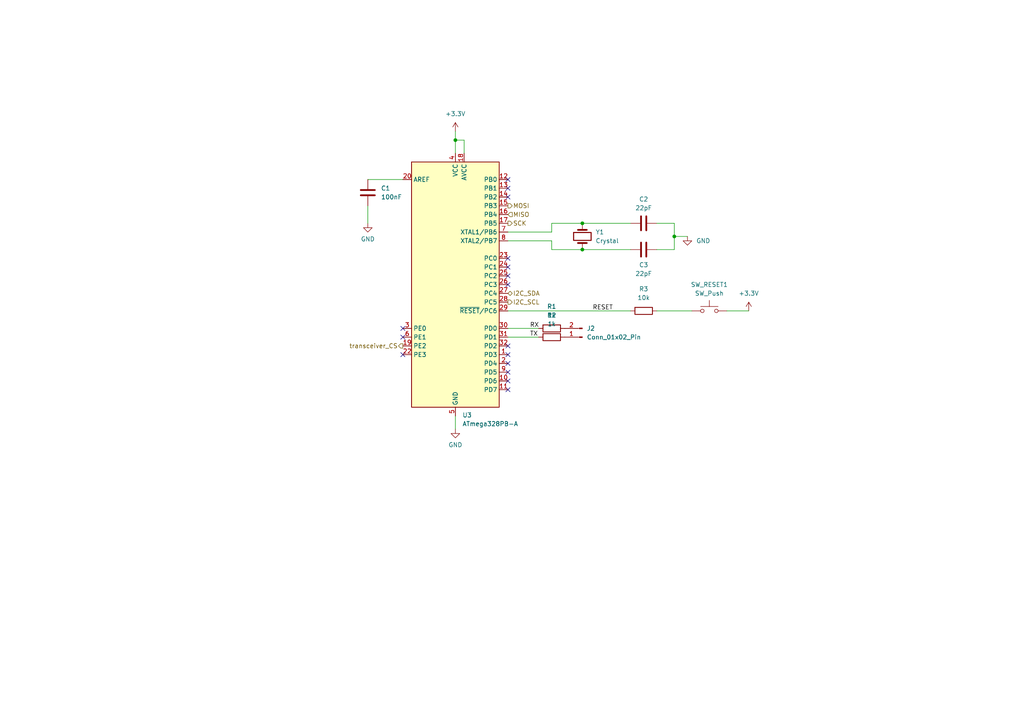
<source format=kicad_sch>
(kicad_sch (version 20231120) (generator "eeschema") (generator_version "8.0")
  (paper "A4")
  (lib_symbols
    (symbol "Connector:Conn_01x02_Pin" (pin_names (offset 1.016) hide)
      (property "Reference" "J" (at 0 2.54 0))
      (property "Value" "Conn_01x02_Pin" (at 0 -5.08 0))
      (symbol "Conn_01x02_Pin_1_1"
        (polyline (pts (xy 1.27 -2.54) (xy 0.8636 -2.54)) (stroke (width 0.1524)))
        (polyline (pts (xy 1.27 0) (xy 0.8636 0)) (stroke (width 0.1524)))
        (rectangle (start 0.8636 -2.413) (end 0 -2.667) (stroke (width 0.1524)) (fill (type outline)))
        (rectangle (start 0.8636 0.127) (end 0 -0.127) (stroke (width 0.1524)) (fill (type outline)))
        (pin passive line (at 5.08 0 180) (length 3.81) (name "Pin_1") (number "1"))
        (pin passive line (at 5.08 -2.54 180) (length 3.81) (name "Pin_2") (number "2"))
      )
    )
    (symbol "Device:C" (pin_numbers hide) (pin_names (offset 0.254))
      (property "Reference" "C" (at 0.635 2.54 0))
      (property "Value" "C" (at 0.635 -2.54 0))
      (symbol "C_0_1"
        (polyline (pts (xy -2.032 -0.762) (xy 2.032 -0.762)) (stroke (width 0.508)))
        (polyline (pts (xy -2.032 0.762) (xy 2.032 0.762)) (stroke (width 0.508)))
      )
      (symbol "C_1_1"
        (pin passive line (at 0 3.81 270) (length 2.794) (name "~") (number "1"))
        (pin passive line (at 0 -3.81 90) (length 2.794) (name "~") (number "2"))
      )
    )
    (symbol "Device:Crystal" (pin_numbers hide) (pin_names (offset 1.016) hide)
      (property "Reference" "Y" (at 0 3.81 0))
      (property "Value" "Crystal" (at 0 -3.81 0))
      (symbol "Crystal_0_1"
        (rectangle (start -1.143 2.54) (end 1.143 -2.54) (stroke (width 0.3048)))
        (polyline (pts (xy -2.54 0) (xy -1.905 0)))
        (polyline (pts (xy -1.905 -1.27) (xy -1.905 1.27)) (stroke (width 0.508)))
        (polyline (pts (xy 1.905 -1.27) (xy 1.905 1.27)) (stroke (width 0.508)))
        (polyline (pts (xy 2.54 0) (xy 1.905 0)))
      )
      (symbol "Crystal_1_1"
        (pin passive line (at -3.81 0 0) (length 1.27) (name "1") (number "1"))
        (pin passive line (at 3.81 0 180) (length 1.27) (name "2") (number "2"))
      )
    )
    (symbol "Device:R" (pin_numbers hide) (pin_names (offset 0))
      (property "Reference" "R" (at 2.032 0 90))
      (property "Value" "R" (at 0 0 90))
      (symbol "R_0_1"
        (rectangle (start -1.016 -2.54) (end 1.016 2.54) (stroke (width 0.254)))
      )
      (symbol "R_1_1"
        (pin passive line (at 0 3.81 270) (length 1.27) (name "~") (number "1"))
        (pin passive line (at 0 -3.81 90) (length 1.27) (name "~") (number "2"))
      )
    )
    (symbol "MCU_Microchip_ATmega:ATmega328PB-A"
      (property "Reference" "U" (at -12.7 36.83 0))
      (property "Value" "ATmega328PB-A" (at 2.54 -36.83 0))
      (symbol "ATmega328PB-A_0_1"
        (rectangle (start -12.7 -35.56) (end 12.7 35.56) (stroke (width 0.254)) (fill (type background)))
      )
      (symbol "ATmega328PB-A_1_1"
        (pin bidirectional line (at 15.24 -20.32 180) (length 2.54) (name "PD3") (number "1"))
        (pin bidirectional line (at 15.24 -27.94 180) (length 2.54) (name "PD6") (number "10"))
        (pin bidirectional line (at 15.24 -30.48 180) (length 2.54) (name "PD7") (number "11"))
        (pin bidirectional line (at 15.24 30.48 180) (length 2.54) (name "PB0") (number "12"))
        (pin bidirectional line (at 15.24 27.94 180) (length 2.54) (name "PB1") (number "13"))
        (pin bidirectional line (at 15.24 25.4 180) (length 2.54) (name "PB2") (number "14"))
        (pin bidirectional line (at 15.24 22.86 180) (length 2.54) (name "PB3") (number "15"))
        (pin bidirectional line (at 15.24 20.32 180) (length 2.54) (name "PB4") (number "16"))
        (pin bidirectional line (at 15.24 17.78 180) (length 2.54) (name "PB5") (number "17"))
        (pin power_in line (at 2.54 38.1 270) (length 2.54) (name "AVCC") (number "18"))
        (pin bidirectional line (at -15.24 -17.78 0) (length 2.54) (name "PE2") (number "19"))
        (pin bidirectional line (at 15.24 -22.86 180) (length 2.54) (name "PD4") (number "2"))
        (pin passive line (at -15.24 30.48 0) (length 2.54) (name "AREF") (number "20"))
        (pin passive line (at 0 -38.1 90) (length 2.54) hide (name "GND") (number "21"))
        (pin bidirectional line (at -15.24 -20.32 0) (length 2.54) (name "PE3") (number "22"))
        (pin bidirectional line (at 15.24 7.62 180) (length 2.54) (name "PC0") (number "23"))
        (pin bidirectional line (at 15.24 5.08 180) (length 2.54) (name "PC1") (number "24"))
        (pin bidirectional line (at 15.24 2.54 180) (length 2.54) (name "PC2") (number "25"))
        (pin bidirectional line (at 15.24 0 180) (length 2.54) (name "PC3") (number "26"))
        (pin bidirectional line (at 15.24 -2.54 180) (length 2.54) (name "PC4") (number "27"))
        (pin bidirectional line (at 15.24 -5.08 180) (length 2.54) (name "PC5") (number "28"))
        (pin bidirectional line (at 15.24 -7.62 180) (length 2.54) (name "~{RESET}/PC6") (number "29"))
        (pin bidirectional line (at -15.24 -12.7 0) (length 2.54) (name "PE0") (number "3"))
        (pin bidirectional line (at 15.24 -12.7 180) (length 2.54) (name "PD0") (number "30"))
        (pin bidirectional line (at 15.24 -15.24 180) (length 2.54) (name "PD1") (number "31"))
        (pin bidirectional line (at 15.24 -17.78 180) (length 2.54) (name "PD2") (number "32"))
        (pin power_in line (at 0 38.1 270) (length 2.54) (name "VCC") (number "4"))
        (pin power_in line (at 0 -38.1 90) (length 2.54) (name "GND") (number "5"))
        (pin bidirectional line (at -15.24 -15.24 0) (length 2.54) (name "PE1") (number "6"))
        (pin bidirectional line (at 15.24 15.24 180) (length 2.54) (name "XTAL1/PB6") (number "7"))
        (pin bidirectional line (at 15.24 12.7 180) (length 2.54) (name "XTAL2/PB7") (number "8"))
        (pin bidirectional line (at 15.24 -25.4 180) (length 2.54) (name "PD5") (number "9"))
      )
    )
    (symbol "Switch:SW_Push" (pin_numbers hide) (pin_names (offset 1.016) hide)
      (property "Reference" "SW" (at 1.27 2.54 0))
      (property "Value" "SW_Push" (at 0 -1.524 0))
      (symbol "SW_Push_0_1"
        (circle (center -2.032 0) (radius 0.508))
        (polyline (pts (xy 0 1.27) (xy 0 3.048)))
        (polyline (pts (xy 2.54 1.27) (xy -2.54 1.27)))
        (circle (center 2.032 0) (radius 0.508))
        (pin passive line (at -5.08 0 0) (length 2.54) (name "1") (number "1"))
        (pin passive line (at 5.08 0 180) (length 2.54) (name "2") (number "2"))
      )
    )
    (symbol "power:+3.3V" (power) (pin_names (offset 0))
      (property "Value" "+3.3V" (at 0 3.556 0))
      (symbol "+3.3V_0_1"
        (polyline (pts (xy -0.762 1.27) (xy 0 2.54)))
        (polyline (pts (xy 0 0) (xy 0 2.54)))
        (polyline (pts (xy 0 2.54) (xy 0.762 1.27)))
      )
      (symbol "+3.3V_1_1"
        (pin power_in line (at 0 0 90) (length 0) hide (name "+3.3V") (number "1"))
      )
    )
    (symbol "power:GND" (power) (pin_names (offset 0))
      (property "Value" "GND" (at 0 -3.81 0))
      (symbol "GND_0_1"
        (polyline (pts (xy 0 0) (xy 0 -1.27) (xy 1.27 -1.27) (xy 0 -2.54) (xy -1.27 -1.27) (xy 0 -1.27)))
      )
      (symbol "GND_1_1"
        (pin power_in line (at 0 0 270) (length 0) hide (name "GND") (number "1"))
      )
    )
  )
  (junction (at 168.91 72.39))
  (junction (at 132.08 40.64))
  (junction (at 195.58 68.58))
  (junction (at 168.91 64.77))
  (no_connect (at 116.84 97.79))
  (no_connect (at 147.32 77.47))
  (no_connect (at 147.32 80.01))
  (no_connect (at 147.32 110.49))
  (no_connect (at 116.84 95.25))
  (no_connect (at 147.32 57.15))
  (no_connect (at 147.32 52.07))
  (no_connect (at 116.84 102.87))
  (no_connect (at 147.32 74.93))
  (no_connect (at 147.32 113.03))
  (no_connect (at 147.32 107.95))
  (no_connect (at 147.32 54.61))
  (no_connect (at 147.32 102.87))
  (no_connect (at 147.32 82.55))
  (no_connect (at 147.32 105.41))
  (no_connect (at 147.32 100.33))
  (wire (pts (xy 106.68 59.69) (xy 106.68 64.77)))
  (wire (pts (xy 210.82 90.17) (xy 217.17 90.17)))
  (wire (pts (xy 132.08 120.65) (xy 132.08 124.46)))
  (wire (pts (xy 190.5 72.39) (xy 195.58 72.39)))
  (wire (pts (xy 190.5 64.77) (xy 195.58 64.77)))
  (wire (pts (xy 160.02 69.85) (xy 160.02 72.39)))
  (wire (pts (xy 190.5 90.17) (xy 200.66 90.17)))
  (wire (pts (xy 132.08 44.45) (xy 132.08 40.64)))
  (wire (pts (xy 182.88 72.39) (xy 168.91 72.39)))
  (wire (pts (xy 132.08 40.64) (xy 132.08 38.1)))
  (wire (pts (xy 147.32 90.17) (xy 182.88 90.17)))
  (wire (pts (xy 182.88 64.77) (xy 168.91 64.77)))
  (wire (pts (xy 147.32 95.25) (xy 156.21 95.25)))
  (wire (pts (xy 147.32 69.85) (xy 160.02 69.85)))
  (wire (pts (xy 147.32 97.79) (xy 156.21 97.79)))
  (wire (pts (xy 160.02 72.39) (xy 168.91 72.39)))
  (wire (pts (xy 147.32 67.31) (xy 160.02 67.31)))
  (wire (pts (xy 134.62 40.64) (xy 132.08 40.64)))
  (wire (pts (xy 160.02 67.31) (xy 160.02 64.77)))
  (wire (pts (xy 106.68 52.07) (xy 116.84 52.07)))
  (wire (pts (xy 195.58 64.77) (xy 195.58 68.58)))
  (wire (pts (xy 195.58 68.58) (xy 199.39 68.58)))
  (wire (pts (xy 134.62 44.45) (xy 134.62 40.64)))
  (wire (pts (xy 160.02 64.77) (xy 168.91 64.77)))
  (wire (pts (xy 195.58 72.39) (xy 195.58 68.58)))
  (label "RESET" (at 177.8 90.17 180))
  (label "RX" (at 153.67 95.25 0))
  (label "TX" (at 153.67 97.79 0))
  (hierarchical_label "I2C_SDA" (shape bidirectional) (at 147.32 85.09 0))
  (hierarchical_label "MOSI" (shape output) (at 147.32 59.69 0))
  (hierarchical_label "transceiver_CS" (shape output) (at 116.84 100.33 180))
  (hierarchical_label "MISO" (shape input) (at 147.32 62.23 0))
  (hierarchical_label "SCK" (shape output) (at 147.32 64.77 0))
  (hierarchical_label "I2C_SCL" (shape output) (at 147.32 87.63 0))
  (symbol (lib_id "power:GND") (at 106.68 64.77 0) (unit 1)
    (property "Reference" "#PWR01" (effects (hide yes)))
    (property "Value" "GND" (at 106.68 69.342 0))
  )
  (symbol (lib_id "Device:Crystal") (at 168.91 68.58 90) (unit 1)
    (property "Reference" "Y1" (at 172.72 67.3099 90) (effects (justify right)))
    (property "Value" "Crystal" (at 172.72 69.8499 90) (effects (justify right)))
    (property "Footprint" "footprints:XTAL_ABLS-16_ABR" (effects (hide yes)))
  )
  (symbol (lib_id "Device:C") (at 186.69 64.77 90) (unit 1)
    (property "Reference" "C2" (at 186.69 57.785 90))
    (property "Value" "22pF" (at 186.69 60.325 90))
    (property "Footprint" "Capacitor_SMD:C_0805_2012Metric" (effects (hide yes)))
  )
  (symbol (lib_id "Connector:Conn_01x02_Pin") (at 168.91 97.79 180) (unit 1)
    (property "Reference" "J2" (at 170.18 95.2499 0) (effects (justify right)))
    (property "Value" "Conn_01x02_Pin" (at 170.18 97.7899 0) (effects (justify right)))
    (property "Footprint" "Connector_PinHeader_2.54mm:PinHeader_1x02_P2.54mm_Vertical" (effects (hide yes)))
    (property "Description" "Generic connector, single row, 01x02, script generated" (effects (hide yes)))
  )
  (symbol (lib_id "Device:R") (at 186.69 90.17 90) (unit 1)
    (property "Reference" "R3" (at 186.69 83.82 90))
    (property "Value" "10k" (at 186.69 86.36 90))
    (property "Footprint" "Resistor_SMD:R_0805_2012Metric" (effects (hide yes)))
    (property "Description" "Resistor" (effects (hide yes)))
  )
  (symbol (lib_id "MCU_Microchip_ATmega:ATmega328PB-A") (at 132.08 82.55 0) (unit 1)
    (property "Reference" "U3" (at 134.0994 120.396 0) (effects (justify left)))
    (property "Value" "ATmega328PB-A" (at 134.0994 122.936 0) (effects (justify left)))
    (property "Footprint" "Package_QFP:TQFP-32_7x7mm_P0.8mm" (effects (hide yes)))
    (property "Datasheet" "http://ww1.microchip.com/downloads/en/DeviceDoc/40001906C.pdf" (effects (hide yes)))
  )
  (symbol (lib_id "Device:R") (at 160.02 95.25 90) (unit 1)
    (property "Reference" "R1" (at 160.02 88.9 90))
    (property "Value" "1k" (at 160.02 91.44 90))
    (property "Footprint" "Resistor_SMD:R_0805_2012Metric" (effects (hide yes)))
    (property "Description" "Resistor" (effects (hide yes)))
  )
  (symbol (lib_id "Device:R") (at 160.02 97.79 90) (unit 1)
    (property "Reference" "R2" (at 160.02 91.44 90))
    (property "Value" "1k" (at 160.02 93.98 90))
    (property "Footprint" "Resistor_SMD:R_0805_2012Metric" (effects (hide yes)))
    (property "Description" "Resistor" (effects (hide yes)))
  )
  (symbol (lib_id "power:GND") (at 199.39 68.58 0) (unit 1)
    (property "Reference" "#PWR04" (effects (hide yes)))
    (property "Value" "GND" (at 201.93 69.8499 0) (effects (justify left)))
  )
  (symbol (lib_id "power:GND") (at 132.08 124.46 0) (unit 1)
    (property "Reference" "#PWR03" (effects (hide yes)))
    (property "Value" "GND" (at 132.08 129.032 0))
  )
  (symbol (lib_id "Device:C") (at 186.69 72.39 90) (unit 1)
    (property "Reference" "C3" (at 186.69 76.835 90))
    (property "Value" "22pF" (at 186.69 79.375 90))
    (property "Footprint" "Capacitor_SMD:C_0805_2012Metric" (effects (hide yes)))
  )
  (symbol (lib_id "Device:C") (at 106.68 55.88 180) (unit 1)
    (property "Reference" "C1" (at 110.49 54.6099 0) (effects (justify right)))
    (property "Value" "100nF" (at 110.49 57.1499 0) (effects (justify right)))
    (property "Footprint" "Capacitor_SMD:C_0805_2012Metric" (effects (hide yes)))
  )
  (symbol (lib_id "power:+3.3V") (at 132.08 38.1 0) (unit 1)
    (property "Reference" "#PWR02" (effects (hide yes)))
    (property "Value" "+3.3V" (at 132.08 33.02 0))
  )
  (symbol (lib_id "Switch:SW_Push") (at 205.74 90.17 0) (mirror y) (unit 1)
    (property "Reference" "SW_RESET1" (at 205.74 82.55 0))
    (property "Value" "SW_Push" (at 205.74 85.09 0))
    (property "Footprint" "Button_Switch_SMD:SW_SPST_PTS645" (effects (hide yes)))
    (property "Description" "Push button switch, generic, two pins" (effects (hide yes)))
  )
  (symbol (lib_id "power:+3.3V") (at 217.17 90.17 0) (unit 1)
    (property "Reference" "#PWR031" (effects (hide yes)))
    (property "Value" "+3.3V" (at 217.17 85.09 0))
    (property "Description" "Power symbol creates a global label with name \"+3.3V\"" (effects (hide yes)))
  )
)
</source>
